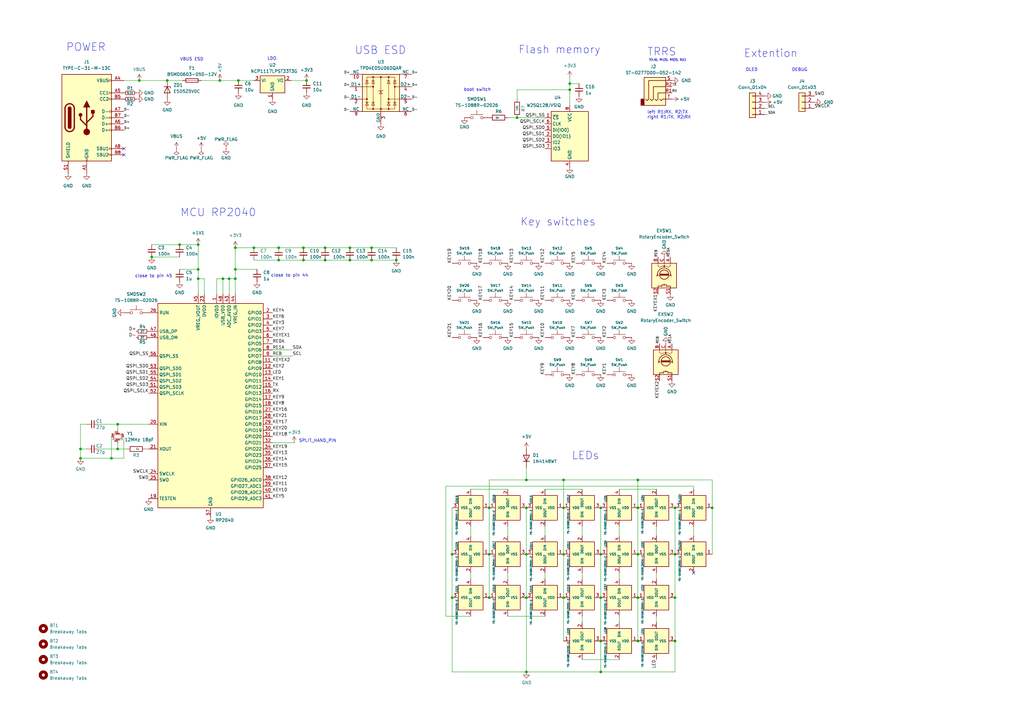
<source format=kicad_sch>
(kicad_sch (version 20230121) (generator eeschema)
  (paper "A3")
  (title_block (title "Corne Left") (date "2023-10-07") (rev "4.0.0") (company "foostan"))
  (junction (at 215.9 208.28))
  (junction (at 162.56 106.68))
  (junction (at 276.86 262.89))
  (junction (at 104.14 101.6))
  (junction (at 200.66 245.11))
  (junction (at 231.14 245.11))
  (junction (at 48.26 184.15))
  (junction (at 81.28 100.33))
  (junction (at 276.86 208.28))
  (junction (at 246.38 262.89))
  (junction (at 246.38 227.33))
  (junction (at 62.23 105.41))
  (junction (at 215.9 227.33))
  (junction (at 96.52 101.6))
  (junction (at 185.42 245.11))
  (junction (at 97.79 33.02))
  (junction (at 114.3 101.6))
  (junction (at 152.4 106.68))
  (junction (at 152.4 101.6))
  (junction (at 133.35 106.68))
  (junction (at 90.17 33.02))
  (junction (at 133.35 101.6))
  (junction (at 276.86 245.11))
  (junction (at 215.9 245.11))
  (junction (at 68.58 33.02))
  (junction (at 231.14 227.33))
  (junction (at 246.38 245.11))
  (junction (at 125.73 33.02))
  (junction (at 93.98 114.3))
  (junction (at 73.66 100.33))
  (junction (at 81.28 114.3))
  (junction (at 48.26 173.99))
  (junction (at 233.68 36.83))
  (junction (at 45.72 187.96))
  (junction (at 231.14 196.85))
  (junction (at 212.09 48.26))
  (junction (at 33.02 184.15))
  (junction (at 215.9 196.85))
  (junction (at 215.9 275.59))
  (junction (at 33.02 187.96))
  (junction (at 114.3 106.68))
  (junction (at 261.62 196.85))
  (junction (at 261.62 227.33))
  (junction (at 246.38 275.59))
  (junction (at 261.62 208.28))
  (junction (at 91.44 114.3))
  (junction (at 261.62 262.89))
  (junction (at 96.52 114.3))
  (junction (at 96.52 110.49))
  (junction (at 143.51 106.68))
  (junction (at 261.62 245.11))
  (junction (at 124.46 106.68))
  (junction (at 124.46 101.6))
  (junction (at 200.66 227.33))
  (junction (at 81.28 110.49))
  (junction (at 233.68 34.29))
  (junction (at 231.14 208.28))
  (junction (at 292.1 208.28))
  (junction (at 276.86 227.33))
  (junction (at 143.51 101.6))
  (junction (at 185.42 227.33))
  (junction (at 200.66 208.28))
  (junction (at 246.38 208.28))
  (junction (at 57.15 33.02))
  (no_connect (at 50.8 60.96))
  (no_connect (at 284.48 234.95))
  (no_connect (at 50.8 63.5))
  (wire (pts (xy 261.62 208.28) (xy 261.62 227.33)))
  (wire (pts (xy 91.44 114.3) (xy 93.98 114.3)))
  (wire (pts (xy 62.23 100.33) (xy 73.66 100.33)))
  (wire (pts (xy 96.52 110.49) (xy 105.41 110.49)))
  (wire (pts (xy 231.14 196.85) (xy 261.62 196.85)))
  (wire (pts (xy 233.68 34.29) (xy 233.68 36.83)))
  (wire (pts (xy 133.35 106.68) (xy 143.51 106.68)))
  (wire (pts (xy 185.42 227.33) (xy 185.42 245.11)))
  (wire (pts (xy 83.82 114.3) (xy 81.28 114.3)))
  (wire (pts (xy 233.68 36.83) (xy 233.68 43.18)))
  (wire (pts (xy 276.86 208.28) (xy 276.86 227.33)))
  (wire (pts (xy 81.28 110.49) (xy 81.28 114.3)))
  (wire (pts (xy 33.02 187.96) (xy 45.72 187.96)))
  (wire (pts (xy 104.14 101.6) (xy 114.3 101.6)))
  (wire (pts (xy 96.52 120.65) (xy 96.52 114.3)))
  (wire (pts (xy 185.42 275.59) (xy 215.9 275.59)))
  (wire (pts (xy 48.26 184.15) (xy 48.26 181.61)))
  (wire (pts (xy 231.14 245.11) (xy 231.14 262.89)))
  (wire (pts (xy 246.38 245.11) (xy 246.38 262.89)))
  (wire (pts (xy 208.28 48.26) (xy 212.09 48.26)))
  (wire (pts (xy 45.72 179.07) (xy 45.72 187.96)))
  (wire (pts (xy 246.38 227.33) (xy 246.38 245.11)))
  (wire (pts (xy 212.09 36.83) (xy 212.09 40.64)))
  (wire (pts (xy 143.51 106.68) (xy 152.4 106.68)))
  (wire (pts (xy 254 270.51) (xy 238.76 270.51)))
  (wire (pts (xy 114.3 101.6) (xy 124.46 101.6)))
  (wire (pts (xy 124.46 106.68) (xy 133.35 106.68)))
  (wire (pts (xy 182.88 199.39) (xy 284.48 199.39)))
  (wire (pts (xy 111.76 143.51) (xy 120.015 143.51)))
  (wire (pts (xy 261.62 196.85) (xy 261.62 208.28)))
  (wire (pts (xy 96.52 110.49) (xy 96.52 114.3)))
  (wire (pts (xy 68.58 33.02) (xy 74.93 33.02)))
  (wire (pts (xy 314.96 44.45) (xy 313.69 44.45)))
  (wire (pts (xy 91.44 114.3) (xy 91.44 120.65)))
  (wire (pts (xy 57.15 33.02) (xy 68.58 33.02)))
  (wire (pts (xy 33.02 184.15) (xy 33.02 187.96)))
  (wire (pts (xy 238.76 219.71) (xy 238.76 215.9)))
  (wire (pts (xy 59.69 184.15) (xy 60.96 184.15)))
  (wire (pts (xy 96.52 101.6) (xy 104.14 101.6)))
  (wire (pts (xy 254 215.9) (xy 254 219.71)))
  (wire (pts (xy 238.76 237.49) (xy 238.76 234.95)))
  (wire (pts (xy 215.9 208.28) (xy 215.9 227.33)))
  (wire (pts (xy 40.64 184.15) (xy 48.26 184.15)))
  (wire (pts (xy 215.9 245.11) (xy 215.9 275.59)))
  (wire (pts (xy 81.28 100.33) (xy 81.28 110.49)))
  (wire (pts (xy 73.66 110.49) (xy 81.28 110.49)))
  (wire (pts (xy 124.46 101.6) (xy 133.35 101.6)))
  (wire (pts (xy 208.28 219.71) (xy 208.28 215.9)))
  (wire (pts (xy 40.64 173.99) (xy 48.26 173.99)))
  (wire (pts (xy 276.86 275.59) (xy 246.38 275.59)))
  (wire (pts (xy 200.66 196.85) (xy 200.66 208.28)))
  (wire (pts (xy 215.9 275.59) (xy 246.38 275.59)))
  (wire (pts (xy 215.9 196.85) (xy 231.14 196.85)))
  (wire (pts (xy 269.24 215.9) (xy 269.24 219.71)))
  (wire (pts (xy 81.28 120.65) (xy 81.28 114.3)))
  (wire (pts (xy 233.68 31.75) (xy 233.68 34.29)))
  (wire (pts (xy 292.1 208.28) (xy 292.1 227.33)))
  (wire (pts (xy 238.76 252.73) (xy 238.76 255.27)))
  (wire (pts (xy 231.14 227.33) (xy 231.14 245.11)))
  (wire (pts (xy 238.76 200.66) (xy 223.52 200.66)))
  (wire (pts (xy 93.98 114.3) (xy 93.98 120.65)))
  (wire (pts (xy 223.52 234.95) (xy 223.52 237.49)))
  (wire (pts (xy 208.28 200.66) (xy 193.04 200.66)))
  (wire (pts (xy 33.02 184.15) (xy 35.56 184.15)))
  (wire (pts (xy 90.17 33.02) (xy 97.79 33.02)))
  (wire (pts (xy 83.82 120.65) (xy 83.82 114.3)))
  (wire (pts (xy 208.28 252.73) (xy 223.52 252.73)))
  (wire (pts (xy 97.79 33.02) (xy 104.14 33.02)))
  (wire (pts (xy 88.9 114.3) (xy 91.44 114.3)))
  (wire (pts (xy 133.35 101.6) (xy 143.51 101.6)))
  (wire (pts (xy 254 234.95) (xy 254 237.49)))
  (wire (pts (xy 193.04 215.9) (xy 193.04 219.71)))
  (wire (pts (xy 314.96 46.99) (xy 313.69 46.99)))
  (wire (pts (xy 48.26 184.15) (xy 52.07 184.15)))
  (wire (pts (xy 233.68 34.29) (xy 237.49 34.29)))
  (wire (pts (xy 50.8 187.96) (xy 45.72 187.96)))
  (wire (pts (xy 284.48 215.9) (xy 284.48 219.71)))
  (wire (pts (xy 269.24 234.95) (xy 269.24 237.49)))
  (wire (pts (xy 96.52 101.6) (xy 96.52 110.49)))
  (wire (pts (xy 246.38 262.89) (xy 246.38 275.59)))
  (wire (pts (xy 215.9 196.85) (xy 200.66 196.85)))
  (wire (pts (xy 152.4 106.68) (xy 162.56 106.68)))
  (wire (pts (xy 223.52 219.71) (xy 223.52 215.9)))
  (wire (pts (xy 152.4 101.6) (xy 162.56 101.6)))
  (wire (pts (xy 88.9 114.3) (xy 88.9 120.65)))
  (wire (pts (xy 292.1 196.85) (xy 292.1 208.28)))
  (wire (pts (xy 73.66 100.33) (xy 81.28 100.33)))
  (wire (pts (xy 96.52 114.3) (xy 93.98 114.3)))
  (wire (pts (xy 233.68 36.83) (xy 212.09 36.83)))
  (wire (pts (xy 276.86 245.11) (xy 276.86 262.89)))
  (wire (pts (xy 261.62 227.33) (xy 261.62 245.11)))
  (wire (pts (xy 269.24 252.73) (xy 269.24 255.27)))
  (wire (pts (xy 231.14 208.28) (xy 231.14 227.33)))
  (wire (pts (xy 111.76 146.05) (xy 120.015 146.05)))
  (wire (pts (xy 48.26 173.99) (xy 60.96 173.99)))
  (wire (pts (xy 50.8 179.07) (xy 50.8 187.96)))
  (wire (pts (xy 212.09 48.26) (xy 223.52 48.26)))
  (wire (pts (xy 50.8 33.02) (xy 57.15 33.02)))
  (wire (pts (xy 208.28 237.49) (xy 208.28 234.95)))
  (wire (pts (xy 114.3 106.68) (xy 124.46 106.68)))
  (wire (pts (xy 276.86 227.33) (xy 276.86 245.11)))
  (wire (pts (xy 185.42 245.11) (xy 185.42 275.59)))
  (wire (pts (xy 143.51 101.6) (xy 152.4 101.6)))
  (wire (pts (xy 193.04 234.95) (xy 193.04 237.49)))
  (wire (pts (xy 284.48 199.39) (xy 284.48 200.66)))
  (wire (pts (xy 254 200.66) (xy 269.24 200.66)))
  (wire (pts (xy 246.38 208.28) (xy 246.38 227.33)))
  (wire (pts (xy 276.86 262.89) (xy 276.86 275.59)))
  (wire (pts (xy 82.55 33.02) (xy 90.17 33.02)))
  (wire (pts (xy 215.9 227.33) (xy 215.9 245.11)))
  (wire (pts (xy 193.04 252.73) (xy 182.88 252.73)))
  (wire (pts (xy 261.62 196.85) (xy 292.1 196.85)))
  (wire (pts (xy 48.26 176.53) (xy 48.26 173.99)))
  (wire (pts (xy 185.42 208.28) (xy 185.42 227.33)))
  (wire (pts (xy 215.9 191.77) (xy 215.9 196.85)))
  (wire (pts (xy 62.23 105.41) (xy 73.66 105.41)))
  (wire (pts (xy 182.88 252.73) (xy 182.88 199.39)))
  (wire (pts (xy 104.14 106.68) (xy 114.3 106.68)))
  (wire (pts (xy 33.02 173.99) (xy 33.02 184.15)))
  (wire (pts (xy 111.76 181.61) (xy 120.65 181.61)))
  (wire (pts (xy 200.66 208.28) (xy 200.66 227.33)))
  (wire (pts (xy 254 252.73) (xy 254 255.27)))
  (wire (pts (xy 119.38 33.02) (xy 125.73 33.02)))
  (wire (pts (xy 35.56 173.99) (xy 33.02 173.99)))
  (wire (pts (xy 200.66 227.33) (xy 200.66 245.11)))
  (wire (pts (xy 261.62 245.11) (xy 261.62 262.89)))
  (wire (pts (xy 231.14 196.85) (xy 231.14 208.28)))
  (text "MCU RP2040" (at 73.914 89.154 0) (effects (font (size 3.175 3.175)) (justify left bottom)))
  (text "Key switches" (at 213.36 92.964 0) (effects (font (size 3.175 3.175)) (justify left bottom)))
  (text "OLED" (at 305.816 29.464 0) (effects (font (size 1.27 1.27)) (justify left bottom)))
  (text "close to pin 45" (at 55.372 114.046 0) (effects (font (size 1.27 1.27)) (justify left bottom)))
  (text "DEBUG" (at 324.739 29.464 0) (effects (font (size 1.27 1.27)) (justify left bottom)))
  (text "USB ESD" (at 145.415 22.606 0) (effects (font (size 3.175 3.175)) (justify left bottom)))
  (text "LDO" (at 109.601 24.892 0) (effects (font (size 1.27 1.27)) (justify left bottom)))
  (text "Flash memory" (at 212.598 22.352 0) (effects (font (size 3.175 3.175)) (justify left bottom)))
  (text "POWER\n" (at 27.051 21.336 0) (effects (font (size 3.175 3.175)) (justify left bottom)))
  (text "LEDs" (at 234.442 188.849 0) (effects (font (size 3.175 3.175)) (justify left bottom)))
  (text "left R1:RX, R2:TX\nright R1:TX, R2:RX" (at 265.43 48.895 0) (effects (font (size 1.27 1.27)) (justify left bottom)))
  (text "Extention" (at 305.054 23.876 0) (effects (font (size 3.175 3.175)) (justify left bottom)))
  (text "TRRS" (at 265.43 23.241 0) (effects (font (size 3.175 3.175)) (justify left bottom)))
  (text "T(4,5), R1(3), R2(2), S(1)\n" (at 266.065 25.146 0) (effects (font (size 0.762 0.762)) (justify left bottom)))
  (text "VBUS ESD" (at 73.787 25.146 0) (effects (font (size 1.27 1.27)) (justify left bottom)))
  (text "SPLIT_HAND_PIN" (at 122.555 181.61 0) (effects (font (size 1.27 1.27)) (justify left bottom)))
  (text "boot switch" (at 190.119 37.592 0) (effects (font (size 1.27 1.27)) (justify left bottom)))
  (text "close to pin 44" (at 111.125 113.792 0) (effects (font (size 1.27 1.27)) (justify left bottom)))
  (label "KEY8" (at 111.76 166.37 0))
  (label "KEY9" (at 111.76 163.83 0))
  (label "KEY8" (at 236.22 153.67 90))
  (label "RX" (at 111.76 161.29 0))
  (label "QSPI_SD2" (at 60.96 156.21 180))
  (label "SCL" (at 314.96 44.45 0) (effects (font (size 1 1))))
  (label "KEY3" (at 248.92 123.19 90))
  (label "QSPI_SCLK" (at 60.96 161.29 180))
  (label "RE1A" (at 111.76 143.51 0))
  (label "KEY2" (at 111.76 151.13 0))
  (label "D+" (at 55.88 135.89 180))
  (label "D+" (at 168.91 35.56 0) (effects (font (size 1 1))))
  (label "REB" (at 111.76 146.05 0))
  (label "D-" (at 55.88 138.43 180))
  (label "QSPI_SS" (at 223.52 48.26 180))
  (label "SDA" (at 314.96 46.99 0) (effects (font (size 1 1))))
  (label "D+" (at 143.51 30.48 180) (effects (font (size 1 1))))
  (label "REB" (at 270.51 140.97 90) (effects (font (size 1 1))))
  (label "KEY5" (at 236.22 107.95 90))
  (label "RE0A" (at 274.955 105.41 90) (effects (font (size 1 1))))
  (label "LED" (at 111.76 153.67 0))
  (label "KEY21" (at 185.42 138.43 90))
  (label "RX" (at 275.59 38.1 0) (effects (font (size 1 1))))
  (label "KEY17" (at 111.76 173.99 0))
  (label "KEY1" (at 111.76 156.21 0))
  (label "TX" (at 111.76 158.75 0))
  (label "KEY5" (at 111.76 204.47 0))
  (label "D+" (at 50.8 50.8 0) (effects (font (size 1 1))))
  (label "KEY16" (at 111.76 168.91 0))
  (label "KEY3" (at 111.76 133.35 0))
  (label "KEYEX2" (at 111.76 148.59 0))
  (label "D+" (at 143.51 35.56 180) (effects (font (size 1 1))))
  (label "KEY17" (at 198.12 123.19 90))
  (label "KEY10" (at 111.76 201.93 0))
  (label "D-" (at 50.8 48.26 0) (effects (font (size 1 1))))
  (label "QSPI_SD1" (at 60.96 153.67 180))
  (label "TX" (at 275.59 35.56 0) (effects (font (size 1 1))))
  (label "KEY4" (at 111.76 128.27 0))
  (label "QSPI_SD0" (at 223.52 53.34 180))
  (label "KEY20" (at 111.76 176.53 0))
  (label "QSPI_SD1" (at 223.52 55.88 180))
  (label "SWCLK" (at 334.01 44.45 0))
  (label "D+" (at 168.91 30.48 0) (effects (font (size 1 1))))
  (label "SCL" (at 120.015 146.05 0))
  (label "QSPI_SCLK" (at 223.52 50.8 180))
  (label "D-" (at 168.91 45.72 0) (effects (font (size 1 1))))
  (label "KEY20" (at 185.42 123.19 90))
  (label "KEY4" (at 248.92 107.95 90))
  (label "KEY11" (at 111.76 199.39 0))
  (label "KEY14" (at 111.76 189.23 0))
  (label "RE0A" (at 111.76 140.97 0))
  (label "D+" (at 50.8 53.34 0) (effects (font (size 1 1))))
  (label "KEY18" (at 198.12 107.95 90))
  (label "QSPI_SS" (at 60.96 146.05 180))
  (label "KEYEX1" (at 269.875 120.65 270))
  (label "KEY7" (at 236.22 138.43 90))
  (label "KEY14" (at 210.82 123.19 90))
  (label "RE1A" (at 275.59 140.97 90) (effects (font (size 1 1))))
  (label "SWCLK" (at 60.96 194.31 180))
  (label "KEY1" (at 248.92 153.67 90))
  (label "KEY2" (at 248.92 138.43 90))
  (label "QSPI_SD2" (at 223.52 58.42 180))
  (label "QSPI_SD3" (at 223.52 60.96 180))
  (label "SWD" (at 334.01 39.37 0))
  (label "KEY13" (at 111.76 186.69 0))
  (label "KEY18" (at 111.76 179.07 0))
  (label "KEY7" (at 111.76 135.89 0))
  (label "KEY6" (at 236.22 123.19 90))
  (label "D-" (at 168.91 40.64 0) (effects (font (size 1 1))))
  (label "KEY9" (at 223.52 153.67 90))
  (label "KEY15" (at 111.76 191.77 0))
  (label "KEY13" (at 210.82 107.95 90))
  (label "KEYEX2" (at 270.51 156.21 270))
  (label "KEY15" (at 210.82 138.43 90))
  (label "KEY10" (at 223.52 138.43 90))
  (label "SDA" (at 120.015 143.51 0))
  (label "D-" (at 143.51 40.64 180) (effects (font (size 1 1))))
  (label "LED" (at 269.24 270.51 270))
  (label "KEYEX1" (at 111.76 138.43 0))
  (label "KEY12" (at 223.52 107.95 90))
  (label "D-" (at 143.51 45.72 180) (effects (font (size 1 1))))
  (label "SWD" (at 60.96 196.85 180))
  (label "D-" (at 50.8 45.72 0) (effects (font (size 1 1))))
  (label "KEY6" (at 111.76 130.81 0))
  (label "REB" (at 269.875 105.41 90) (effects (font (size 1 1))))
  (label "KEY19" (at 111.76 184.15 0))
  (label "KEY16" (at 198.12 138.43 90))
  (label "QSPI_SD3" (at 60.96 158.75 180))
  (label "KEY19" (at 185.42 107.95 90))
  (label "QSPI_SD0" (at 60.96 151.13 180))
  (label "KEY11" (at 223.52 123.19 90))
  (label "KEY12" (at 111.76 196.85 0))
  (label "KEY21" (at 111.76 171.45 0))
  (symbol (lib_id "power:GND") (at 55.88 38.1 90) (unit 1)
    (property "Reference" "#PWR05" (effects hide))
    (property "Value" "GND" (at 59.055 38.1 90) (effects (justify right)))
  )
  (symbol (lib_id "power:GND") (at 233.68 153.67 0) (unit 1)
    (property "Reference" "#PWR062" (effects hide))
    (property "Value" "GND" (at 233.68 158.115 0))
    (instances (project "corne" (path "" (reference "#PWR062") (unit 1)) (path "" (reference "#PWR044") (unit 1))))
  )
  (symbol (lib_id "power:GND") (at 195.58 138.43 0) (unit 1)
    (property "Reference" "#PWR059" (effects hide))
    (property "Value" "GND" (at 195.58 142.875 0))
    (instances (project "corne" (path "" (reference "#PWR059") (unit 1)) (path "" (reference "#PWR030") (unit 1))))
  )
  (symbol (lib_id "power:GND") (at 273.05 140.97 180) (unit 1)
    (property "Reference" "#PWR036" (effects hide))
    (property "Value" "GND" (at 273.05 135.89 90))
    (instances (project "corne" (path "" (reference "#PWR036") (unit 1)) (path "" (reference "#PWR055") (unit 1))))
  )
  (symbol (lib_id "power:GND") (at 55.88 40.64 90) (unit 1)
    (property "Reference" "#PWR06" (effects hide))
    (property "Value" "GND" (at 59.055 40.64 90) (effects (justify right)))
  )
  (symbol (lib_id "kbd_local:YS-SK6812MINI-E") (at 208.28 227.33 90) (unit 1)
    (property "Reference" "LED17" (at 202.565 225.425 0) (effects (font (size 0.7366 0.7366)) (justify left)))
    (property "Value" "YS-SK6812MINI-E" (at 202.565 238.125 0) (effects (font (size 0.7366 0.7366)) (justify left)))
    (property "Footprint" "kbd_local:YS-SK6812MINI-E" (effects hide))
  )
  (symbol (lib_id "Device:R_Small") (at 58.42 135.89 90) (unit 1)
    (property "Reference" "R4" (at 58.42 133.985 90))
    (property "Value" "27" (at 58.42 135.89 90) (effects (font (size 0.762 0.762))))
    (property "Footprint" "Resistor_SMD:R_0402_1005Metric" (effects hide))
  )
  (symbol (lib_id "Switch:SW_Push") (at 241.3 107.95 0) (unit 1)
    (property "Reference" "SW5" (at 241.3 101.854 0) (effects (font (size 1 1))))
    (property "Value" "SW_Push" (at 241.3 103.886 0) (effects (font (size 1 1))))
    (property "Footprint" "kbd:keyswitch_cherrymx_hotswap_1u" (effects hide))
  )
  (symbol (lib_id "power:+3V3") (at 233.68 31.75 0) (unit 1)
    (property "Reference" "#PWR030" (effects hide))
    (property "Value" "+3V3" (at 233.68 26.924 0))
    (instances (project "corne" (path "" (reference "#PWR030") (unit 1)) (path "" (reference "#PWR039") (unit 1))))
  )
  (symbol (lib_id "kbd_local:YS-SK6812MINI-E") (at 254 227.33 270) (unit 1)
    (property "Reference" "LED6" (at 248.285 221.615 0) (effects (font (size 0.7366 0.7366)) (justify left)))
    (property "Value" "YS-SK6812MINI-E" (at 248.285 227.965 0) (effects (font (size 0.7366 0.7366)) (justify left)))
    (property "Footprint" "kbd_local:YS-SK6812MINI-E" (effects hide))
  )
  (symbol (lib_id "power:GND") (at 208.28 123.19 0) (unit 1)
    (property "Reference" "#PWR052" (effects hide))
    (property "Value" "GND" (at 208.28 127.635 0))
    (instances (project "corne" (path "" (reference "#PWR052") (unit 1)) (path "" (reference "#PWR032") (unit 1))))
  )
  (symbol (lib_id "kbd_local:YS-SK6812MINI-E") (at 269.24 208.28 90) (unit 1)
    (property "Reference" "LED4" (at 263.525 205.74 0) (effects (font (size 0.7366 0.7366)) (justify left)))
    (property "Value" "YS-SK6812MINI-E" (at 263.525 219.075 0) (effects (font (size 0.7366 0.7366)) (justify left)))
    (property "Footprint" "kbd_local:YS-SK6812MINI-E" (effects hide))
  )
  (symbol (lib_id "power:GND") (at 220.98 138.43 0) (unit 1)
    (property "Reference" "#PWR057" (effects hide))
    (property "Value" "GND" (at 220.98 142.875 0))
    (instances (project "corne" (path "" (reference "#PWR057") (unit 1)) (path "" (reference "#PWR038") (unit 1))))
  )
  (symbol (lib_name "SW_Push_1") (lib_id "Switch:SW_Push") (at 254 107.95 0) (unit 1)
    (property "Reference" "SW4" (at 254 101.854 0) (effects (font (size 1 1))))
    (property "Value" "SW_Push" (at 254 103.886 0) (effects (font (size 1 1))))
    (property "Footprint" "kbd:keyswitch_cherrymx_hotswap_1u" (effects hide))
  )
  (symbol (lib_id "power:+3V3") (at 125.73 33.02 0) (unit 1)
    (property "Reference" "#PWR023" (effects hide))
    (property "Value" "+3V3" (at 125.73 28.702 0))
  )
  (symbol (lib_id "power:GND") (at 233.68 123.19 0) (unit 1)
    (property "Reference" "#PWR050" (effects hide))
    (property "Value" "GND" (at 233.68 127.635 0))
    (instances (project "corne" (path "" (reference "#PWR050") (unit 1)) (path "" (reference "#PWR042") (unit 1))))
  )
  (symbol (lib_id "Switch:SW_Push") (at 228.6 107.95 0) (unit 1)
    (property "Reference" "SW12" (at 228.6 101.854 0) (effects (font (size 1 1))))
    (property "Value" "SW_Push" (at 228.6 103.886 0) (effects (font (size 1 1))))
    (property "Footprint" "kbd:keyswitch_cherrymx_hotswap_1u" (effects hide))
  )
  (symbol (lib_id "Switch:SW_Push") (at 241.3 138.43 0) (unit 1)
    (property "Reference" "SW7" (at 241.3 132.334 0) (effects (font (size 1 1))))
    (property "Value" "SW_Push" (at 241.3 134.366 0) (effects (font (size 1 1))))
    (property "Footprint" "kbd:keyswitch_cherrymx_hotswap_1u" (effects hide))
  )
  (symbol (lib_id "power:VBUS") (at 72.39 60.96 0) (unit 1)
    (property "Reference" "#PWR011" (effects hide))
    (property "Value" "VBUS" (at 72.39 55.88 0))
  )
  (symbol (lib_id "MCU_RaspberryPi:RP2040") (at 86.36 166.37 0) (unit 1)
    (property "Reference" "U1" (at 88.3159 210.82 0) (effects (justify left)))
    (property "Value" "RP2040" (at 88.3159 213.36 0) (effects (justify left)))
    (property "Footprint" "Package_DFN_QFN:QFN-56-1EP_7x7mm_P0.4mm_EP3.2x3.2mm" (effects hide))
    (property "Datasheet" "https://datasheets.raspberrypi.com/rp2040/rp2040-datasheet.pdf" (effects hide))
    (property "JLCPCB Part #" "C2040" (effects hide))
  )
  (symbol (lib_id "power:GND") (at 275.59 33.02 90) (unit 1)
    (property "Reference" "#PWR033" (effects hide))
    (property "Value" "GND" (at 279.4 33.02 90) (effects (justify right)))
    (instances (project "corne" (path "" (reference "#PWR033") (unit 1)) (path "" (reference "#PWR057") (unit 1))))
  )
  (symbol (lib_id "power:GND") (at 35.56 71.12 0) (unit 1)
    (property "Reference" "#PWR03" (effects hide))
    (property "Value" "GND" (at 35.56 76.2 0))
  )
  (symbol (lib_id "Switch:SW_Push") (at 190.5 138.43 0) (unit 1)
    (property "Reference" "SW21" (at 190.5 132.334 0) (effects (font (size 1 1))))
    (property "Value" "SW_Push" (at 190.5 134.366 0) (effects (font (size 1 1))))
    (property "Footprint" "kbd:keyswitch_cherrymx_hotswap_1u" (effects hide))
  )
  (symbol (lib_id "power:GND") (at 259.08 138.43 0) (unit 1)
    (property "Reference" "#PWR054" (effects hide))
    (property "Value" "GND" (at 259.08 142.875 0))
    (instances (project "corne" (path "" (reference "#PWR054") (unit 1)) (path "" (reference "#PWR052") (unit 1))))
  )
  (symbol (lib_id "kbd_local:YS-SK6812MINI-E") (at 208.28 208.28 90) (unit 1)
    (property "Reference" "LED18" (at 202.565 206.375 0) (effects (font (size 0.7366 0.7366)) (justify left)))
    (property "Value" "YS-SK6812MINI-E" (at 202.565 219.71 0) (effects (font (size 0.7366 0.7366)) (justify left)))
    (property "Footprint" "kbd_local:YS-SK6812MINI-E" (effects hide))
  )
  (symbol (lib_id "power:GND") (at 215.9 275.59 0) (unit 1)
    (property "Reference" "#PWR029" (effects hide))
    (property "Value" "GND" (at 216.027 279.9842 0))
    (instances (project "corne" (path "" (reference "#PWR029") (unit 1)) (path "" (reference "#PWR035") (unit 1))))
  )
  (symbol (lib_id "Switch:SW_Push") (at 190.5 107.95 0) (unit 1)
    (property "Reference" "SW19" (at 190.5 101.854 0) (effects (font (size 1 1))))
    (property "Value" "SW_Push" (at 190.5 103.886 0) (effects (font (size 1 1))))
    (property "Footprint" "kbd:keyswitch_cherrymx_hotswap_1u" (effects hide))
  )
  (symbol (lib_id "Device:Fuse") (at 78.74 33.02 90) (unit 1)
    (property "Reference" "F1" (at 78.74 27.94 90))
    (property "Value" "BSMD0603-050-12V" (at 78.74 30.48 90))
    (property "Footprint" "Fuse:Fuse_0603_1608Metric" (effects hide))
    (property "Description" "12V 500mA 40A 1A 0603 Resettable Fuses ROHS" (effects hide))
    (property "JLCPCB Part #" "C2844464" (effects hide))
  )
  (symbol (lib_id "power:GND") (at 105.41 115.57 0) (unit 1)
    (property "Reference" "#PWR020" (effects hide))
    (property "Value" "GND" (at 105.41 120.015 0))
  )
  (symbol (lib_id "kbd_local:YS-SK6812MINI-E") (at 238.76 227.33 90) (unit 1)
    (property "Reference" "LED11" (at 233.045 225.425 0) (effects (font (size 0.7366 0.7366)) (justify left)))
    (property "Value" "YS-SK6812MINI-E" (at 233.045 238.125 0) (effects (font (size 0.7366 0.7366)) (justify left)))
    (property "Footprint" "kbd_local:YS-SK6812MINI-E" (effects hide))
  )
  (symbol (lib_id "kbd_local:YS-SK6812MINI-E") (at 269.24 245.11 90) (unit 1)
    (property "Reference" "LED2" (at 263.525 242.57 0) (effects (font (size 0.7366 0.7366)) (justify left)))
    (property "Value" "YS-SK6812MINI-E" (at 263.525 255.905 0) (effects (font (size 0.7366 0.7366)) (justify left)))
    (property "Footprint" "kbd_local:YS-SK6812MINI-E" (effects hide))
  )
  (symbol (lib_id "Diode:1N4148WT") (at 215.9 187.96 90) (unit 1)
    (property "Reference" "D1" (at 218.44 186.69 90) (effects (justify right)))
    (property "Value" "1N4148WT" (at 218.44 189.23 90) (effects (justify right)))
    (property "Footprint" "Diode_SMD:D_SOD-523" (effects hide))
    (property "Datasheet" "https://www.diodes.com/assets/Datasheets/ds30396.pdf" (effects hide))
    (property "JLCPCB Part #" "C232841" (effects hide))
  )
  (symbol (lib_id "power:GND") (at 195.58 107.95 0) (unit 1)
    (property "Reference" "#PWR042" (effects hide))
    (property "Value" "GND" (at 195.58 112.395 0))
    (instances (project "corne" (path "" (reference "#PWR042") (unit 1)) (path "" (reference "#PWR028") (unit 1))))
  )
  (symbol (lib_id "kbd_local:YS-SK6812MINI-E") (at 284.48 227.33 270) (unit 1)
    (property "Reference" "EXLED2" (at 278.765 221.615 0) (effects (font (size 0.7366 0.7366)) (justify left)))
    (property "Value" "YS-SK6812MINI-E" (at 278.765 227.965 0) (effects (font (size 0.7366 0.7366)) (justify left)))
    (property "Footprint" "kbd_local:YS-SK6812MINI-E" (effects hide))
  )
  (symbol (lib_id "Switch:SW_Push") (at 241.3 123.19 0) (unit 1)
    (property "Reference" "SW6" (at 241.3 117.094 0) (effects (font (size 1 1))))
    (property "Value" "SW_Push" (at 241.3 119.126 0) (effects (font (size 1 1))))
    (property "Footprint" "kbd:keyswitch_cherrymx_hotswap_1u" (effects hide))
  )
  (symbol (lib_id "power:+5V") (at 313.69 41.91 270) (unit 1)
    (property "Reference" "#PWR038" (effects hide))
    (property "Value" "+5V" (at 316.865 41.91 90) (effects (justify left)))
    (instances (project "corne" (path "" (reference "#PWR038") (unit 1)) (path "" (reference "#PWR061") (unit 1))))
  )
  (symbol (lib_id "Device:C_Small") (at 38.1 184.15 270) (unit 1)
    (property "Reference" "C2" (at 39.37 182.88 90) (effects (justify left)))
    (property "Value" "27p" (at 39.37 185.42 90) (effects (justify left)))
    (property "Footprint" "Capacitor_SMD:C_0402_1005Metric" (effects hide))
  )
  (symbol (lib_id "power:GND") (at 220.98 123.19 0) (unit 1)
    (property "Reference" "#PWR051" (effects hide))
    (property "Value" "GND" (at 220.98 127.635 0))
    (instances (project "corne" (path "" (reference "#PWR051") (unit 1)) (path "" (reference "#PWR037") (unit 1))))
  )
  (symbol (lib_id "kbd_local:YS-SK6812MINI-E") (at 254 208.28 270) (unit 1)
    (property "Reference" "LED5" (at 248.285 203.2 0) (effects (font (size 0.7366 0.7366)) (justify left)))
    (property "Value" "YS-SK6812MINI-E" (at 248.285 208.915 0) (effects (font (size 0.7366 0.7366)) (justify left)))
    (property "Footprint" "kbd_local:YS-SK6812MINI-E" (effects hide))
  )
  (symbol (lib_id "Switch:SW_Push") (at 254 153.67 0) (unit 1)
    (property "Reference" "SW1" (at 254 147.574 0) (effects (font (size 1 1))))
    (property "Value" "SW_Push" (at 254 149.606 0) (effects (font (size 1 1))))
    (property "Footprint" "kbd:keyswitch_cherrymx_hotswap_1.5u" (effects hide))
  )
  (symbol (lib_id "Switch:SW_Push") (at 215.9 123.19 0) (unit 1)
    (property "Reference" "SW14" (at 215.9 117.094 0) (effects (font (size 1 1))))
    (property "Value" "SW_Push" (at 215.9 119.126 0) (effects (font (size 1 1))))
    (property "Footprint" "kbd:keyswitch_cherrymx_hotswap_1u" (effects hide))
  )
  (symbol (lib_id "Mechanical:MountingHole") (at 17.78 264.16 0) (unit 1)
    (property "Reference" "BT2" (at 20.32 262.89 0) (effects (justify left)))
    (property "Value" "Breakaway Tabs" (at 20.32 265.43 0) (effects (justify left)))
    (property "Footprint" "kbd_local:Breakaway_Tabs" (effects hide))
  )
  (symbol (lib_id "Switch:SW_Push") (at 203.2 123.19 0) (unit 1)
    (property "Reference" "SW17" (at 203.2 117.094 0) (effects (font (size 1 1))))
    (property "Value" "SW_Push" (at 203.2 119.126 0) (effects (font (size 1 1))))
    (property "Footprint" "kbd:keyswitch_cherrymx_hotswap_1u" (effects hide))
  )
  (symbol (lib_id "kbd_local:YS-SK6812MINI-E") (at 223.52 208.28 270) (unit 1)
    (property "Reference" "LED13" (at 217.805 203.2 0) (effects (font (size 0.7366 0.7366)) (justify left)))
    (property "Value" "YS-SK6812MINI-E" (at 217.805 208.915 0) (effects (font (size 0.7366 0.7366)) (justify left)))
    (property "Footprint" "kbd_local:YS-SK6812MINI-E" (effects hide))
  )
  (symbol (lib_id "kbd_local:YS-SK6812MINI-E") (at 193.04 245.11 270) (unit 1)
    (property "Reference" "LED21" (at 187.325 240.03 0) (effects (font (size 0.7366 0.7366)) (justify left)))
    (property "Value" "YS-SK6812MINI-E" (at 187.325 245.745 0) (effects (font (size 0.7366 0.7366)) (justify left)))
    (property "Footprint" "kbd_local:YS-SK6812MINI-E" (effects hide))
  )
  (symbol (lib_id "power:GND") (at 220.98 107.95 0) (unit 1)
    (property "Reference" "#PWR044" (effects hide))
    (property "Value" "GND" (at 220.98 112.395 0))
    (instances (project "corne" (path "" (reference "#PWR044") (unit 1)) (path "" (reference "#PWR036") (unit 1))))
  )
  (symbol (lib_id "power:GND") (at 233.68 68.58 0) (unit 1)
    (property "Reference" "#PWR031" (effects hide))
    (property "Value" "GND" (at 233.68 72.39 0))
    (instances (project "corne" (path "" (reference "#PWR031") (unit 1)) (path "" (reference "#PWR040") (unit 1))))
  )
  (symbol (lib_id "power:GND") (at 334.01 41.91 90) (unit 1)
    (property "Reference" "#PWR039" (effects hide))
    (property "Value" "GND" (at 337.82 41.91 90) (effects (justify right)))
    (instances (project "corne" (path "" (reference "#PWR039") (unit 1)) (path "" (reference "#PWR062") (unit 1))))
  )
  (symbol (lib_id "power:GND") (at 33.02 187.96 0) (unit 1)
    (property "Reference" "#PWR02" (effects hide))
    (property "Value" "GND" (at 33.02 192.405 0))
  )
  (symbol (lib_id "power:GND") (at 50.8 128.27 270) (unit 1)
    (property "Reference" "#PWR04" (effects hide))
    (property "Value" "GND" (at 46.99 128.27 0))
  )
  (symbol (lib_id "kbd_local:YS-SK6812MINI-E") (at 223.52 227.33 270) (unit 1)
    (property "Reference" "LED14" (at 217.805 222.25 0) (effects (font (size 0.7366 0.7366)) (justify left)))
    (property "Value" "YS-SK6812MINI-E" (at 217.805 227.965 0) (effects (font (size 0.7366 0.7366)) (justify left)))
    (property "Footprint" "kbd_local:YS-SK6812MINI-E" (effects hide))
  )
  (symbol (lib_id "power:+3V3") (at 96.52 101.6 0) (unit 1)
    (property "Reference" "#PWR018" (effects hide))
    (property "Value" "+3V3" (at 96.52 96.52 0))
  )
  (symbol (lib_id "Power_Protection:TPD4EUSB30") (at 156.21 38.1 0) (unit 1)
    (property "Reference" "U3" (at 156.21 25.4 0))
    (property "Value" "TPD4E05U06DQAR" (at 156.21 27.94 0))
    (property "Footprint" "Package_SON:USON-10_2.5x1.0mm_P0.5mm" (effects hide))
    (property "Datasheet" "http://www.ti.com/lit/ds/symlink/tpd2eusb30a.pdf" (effects hide))
    (property "JLCPCB Part #" "C138714" (effects hide))
  )
  (symbol (lib_id "power:PWR_FLAG") (at 92.71 60.96 0) (unit 1)
    (property "Reference" "#FLG03" (effects hide))
    (property "Value" "PWR_FLAG" (at 92.71 57.15 0))
  )
  (symbol (lib_id "kbd_local:YS-SK6812MINI-E") (at 193.04 208.28 270) (unit 1)
    (property "Reference" "LED19" (at 187.325 203.2 0) (effects (font (size 0.7366 0.7366)) (justify left)))
    (property "Value" "YS-SK6812MINI-E" (at 187.325 208.915 0) (effects (font (size 0.7366 0.7366)) (justify left)))
    (property "Footprint" "kbd_local:YS-SK6812MINI-E" (effects hide))
  )
  (symbol (lib_id "Switch:SW_Push") (at 203.2 138.43 0) (unit 1)
    (property "Reference" "SW16" (at 203.2 132.334 0) (effects (font (size 1 1))))
    (property "Value" "SW_Push" (at 203.2 134.366 0) (effects (font (size 1 1))))
    (property "Footprint" "kbd:keyswitch_cherrymx_hotswap_1u" (effects hide))
  )
  (symbol (lib_id "power:GND") (at 68.58 40.64 0) (unit 1)
    (property "Reference" "#PWR010" (effects hide))
    (property "Value" "GND" (at 68.58 45.085 0))
  )
  (symbol (lib_id "Switch:SW_Push") (at 215.9 138.43 0) (unit 1)
    (property "Reference" "SW15" (at 215.9 132.334 0) (effects (font (size 1 1))))
    (property "Value" "SW_Push" (at 215.9 134.366 0) (effects (font (size 1 1))))
    (property "Footprint" "kbd:keyswitch_cherrymx_hotswap_1u" (effects hide))
  )
  (symbol (lib_id "Device:RotaryEncoder_Switch") (at 273.05 148.59 270) (unit 1)
    (property "Reference" "EXSW2" (at 273.05 128.905 90))
    (property "Value" "RotaryEncoder_Switch" (at 273.05 131.445 90))
    (property "Footprint" "kbd_local:keyswitch_cherrymx_hotswap_1u_rotary_encoder_ec12" (effects hide))
  )
  (symbol (lib_id "Switch:SW_Push") (at 203.2 107.95 0) (unit 1)
    (property "Reference" "SW18" (at 203.2 101.854 0) (effects (font (size 1 1))))
    (property "Value" "SW_Push" (at 203.2 103.886 0) (effects (font (size 1 1))))
    (property "Footprint" "kbd:keyswitch_cherrymx_hotswap_1u" (effects hide))
  )
  (symbol (lib_id "power:GND") (at 233.68 107.95 0) (unit 1)
    (property "Reference" "#PWR045" (effects hide))
    (property "Value" "GND" (at 233.68 112.395 0))
    (instances (project "corne" (path "" (reference "#PWR045") (unit 1)) (path "" (reference "#PWR041") (unit 1))))
  )
  (symbol (lib_id "power:GND") (at 259.08 153.67 0) (unit 1)
    (property "Reference" "#PWR060" (effects hide))
    (property "Value" "GND" (at 259.08 158.115 0))
    (instances (project "corne" (path "" (reference "#PWR060") (unit 1)) (path "" (reference "#PWR053") (unit 1))))
  )
  (symbol (lib_id "Device:C_Small") (at 124.46 104.14 0) (unit 1)
    (property "Reference" "C10" (at 127 102.87 0) (effects (justify left)))
    (property "Value" "100n" (at 127 105.41 0) (effects (justify left)))
    (property "Footprint" "Capacitor_SMD:C_0402_1005Metric" (effects hide))
  )
  (symbol (lib_id "power:+3V3") (at 120.65 181.61 0) (unit 1)
    (property "Reference" "#PWR022" (effects hide))
    (property "Value" "+3V3" (at 120.65 177.292 0))
  )
  (symbol (lib_id "power:GND") (at 73.66 115.57 0) (unit 1)
    (property "Reference" "#PWR012" (effects hide))
    (property "Value" "GND" (at 73.66 120.015 0))
  )
  (symbol (lib_id "kbd_local:YS-SK6812MINI-E") (at 254 262.89 270) (unit 1)
    (property "Reference" "LED8" (at 248.285 257.175 0) (effects (font (size 0.7366 0.7366)) (justify left)))
    (property "Value" "YS-SK6812MINI-E" (at 248.285 263.525 0) (effects (font (size 0.7366 0.7366)) (justify left)))
    (property "Footprint" "kbd_local:YS-SK6812MINI-E" (effects hide))
  )
  (symbol (lib_id "power:GND") (at 313.69 39.37 90) (unit 1)
    (property "Reference" "#PWR037" (effects hide))
    (property "Value" "GND" (at 318.77 39.37 90))
    (instances (project "corne" (path "" (reference "#PWR037") (unit 1)) (path "" (reference "#PWR060") (unit 1))))
  )
  (symbol (lib_id "Device:C_Small") (at 62.23 102.87 0) (unit 1)
    (property "Reference" "C3" (at 64.77 101.6 0) (effects (justify left)))
    (property "Value" "100n" (at 64.77 104.14 0) (effects (justify left)))
    (property "Footprint" "Capacitor_SMD:C_0402_1005Metric" (effects hide))
  )
  (symbol (lib_id "power:GND") (at 86.36 212.09 0) (unit 1)
    (property "Reference" "#PWR015" (effects hide))
    (property "Value" "GND" (at 86.36 216.535 0))
  )
  (symbol (lib_id "power:GND") (at 246.38 153.67 0) (unit 1)
    (property "Reference" "#PWR061" (effects hide))
    (property "Value" "GND" (at 246.38 158.115 0))
    (instances (project "corne" (path "" (reference "#PWR061") (unit 1)) (path "" (reference "#PWR049") (unit 1))))
  )
  (symbol (lib_id "kbd_local:YS-SK6812MINI-E") (at 238.76 208.28 90) (unit 1)
    (property "Reference" "LED12" (at 233.045 206.375 0) (effects (font (size 0.7366 0.7366)) (justify left)))
    (property "Value" "YS-SK6812MINI-E" (at 233.045 219.075 0) (effects (font (size 0.7366 0.7366)) (justify left)))
    (property "Footprint" "kbd_local:YS-SK6812MINI-E" (effects hide))
  )
  (symbol (lib_id "Device:C_Small") (at 73.66 102.87 0) (unit 1)
    (property "Reference" "C4" (at 76.2 101.6 0) (effects (justify left)))
    (property "Value" "100n" (at 76.2 104.14 0) (effects (justify left)))
    (property "Footprint" "Capacitor_SMD:C_0402_1005Metric" (effects hide))
  )
  (symbol (lib_id "Diode:ESD5Zxx") (at 68.58 36.83 270) (unit 1)
    (property "Reference" "ZD1" (at 71.12 34.925 90) (effects (justify left)))
    (property "Value" "ESD5Z5V0C" (at 71.12 37.465 90) (effects (justify left)))
    (property "Footprint" "Diode_SMD:D_SOD-523" (effects hide))
    (property "Datasheet" "https://www.onsemi.com/pdf/datasheet/esd5z2.5t1-d.pdf" (effects hide))
    (property "JLCPCB Part #" "C2901325" (effects hide))
  )
  (symbol (lib_id "Device:C_Small") (at 73.66 113.03 0) (unit 1)
    (property "Reference" "C5" (at 76.2 111.76 0) (effects (justify left)))
    (property "Value" "1u" (at 76.2 114.3 0) (effects (justify left)))
    (property "Footprint" "Capacitor_SMD:C_0402_1005Metric" (effects hide))
  )
  (symbol (lib_id "power:GND") (at 60.96 204.47 0) (unit 1)
    (property "Reference" "#PWR08" (effects hide))
    (property "Value" "GND" (at 60.96 208.915 0))
  )
  (symbol (lib_id "Device:C_Small") (at 114.3 104.14 0) (unit 1)
    (property "Reference" "C9" (at 116.84 102.87 0) (effects (justify left)))
    (property "Value" "100n" (at 116.84 105.41 0) (effects (justify left)))
    (property "Footprint" "Capacitor_SMD:C_0402_1005Metric" (effects hide))
  )
  (symbol (lib_id "Device:Crystal_GND24_Small") (at 48.26 179.07 270) (unit 1)
    (property "Reference" "Y1" (at 53.34 177.8 90))
    (property "Value" "12MHz 18pF" (at 57.15 180.34 90))
    (property "Footprint" "Crystal:Crystal_SMD_3225-4Pin_3.2x2.5mm" (effects hide))
    (property "Description" "12MHz 18pF ±20ppm SMD3225-4P Crystals ROHS" (effects hide))
    (property "MFR.Part #" "Q22FA23V0041800" (effects hide))
    (property "JLCPCB Part #" "C91749" (effects hide))
  )
  (symbol (lib_id "kbd_local:YS-SK6812MINI-E") (at 238.76 262.89 90) (unit 1)
    (property "Reference" "LED9" (at 233.045 260.35 0) (effects (font (size 0.7366 0.7366)) (justify left)))
    (property "Value" "YS-SK6812MINI-E" (at 233.045 273.685 0) (effects (font (size 0.7366 0.7366)) (justify left)))
    (property "Footprint" "kbd_local:YS-SK6812MINI-E" (effects hide))
  )
  (symbol (lib_id "Memory_Flash:W25Q128JVS") (at 233.68 55.88 0) (unit 1)
    (property "Reference" "U4" (at 227.33 40.005 0) (effects (justify left)))
    (property "Value" "W25Q128JVSIQ" (at 215.9 43.18 0) (effects (justify left)))
    (property "Footprint" "Package_SO:SOIC-8_5.23x5.23mm_P1.27mm" (effects hide))
    (property "Datasheet" "http://www.winbond.com/resource-files/w25q128jv_dtr%20revc%2003272018%20plus.pdf" (effects hide))
    (property "JLCPCB Part #" "C113767" (effects hide))
  )
  (symbol (lib_id "power:GND") (at 208.28 138.43 0) (unit 1)
    (property "Reference" "#PWR058" (effects hide))
    (property "Value" "GND" (at 208.28 142.875 0))
    (instances (project "corne" (path "" (reference "#PWR058") (unit 1)) (path "" (reference "#PWR033") (unit 1))))
  )
  (symbol (lib_id "Device:C_Small") (at 133.35 104.14 0) (unit 1)
    (property "Reference" "C12" (at 135.89 102.87 0) (effects (justify left)))
    (property "Value" "100n" (at 136.525 105.41 0) (effects (justify left)))
    (property "Footprint" "Capacitor_SMD:C_0402_1005Metric" (effects hide))
  )
  (symbol (lib_id "Device:C_Small") (at 125.73 35.56 0) (unit 1)
    (property "Reference" "C11" (at 128.27 34.29 0) (effects (justify left)))
    (property "Value" "10u" (at 128.27 36.83 0) (effects (justify left)))
    (property "Footprint" "Capacitor_SMD:C_0402_1005Metric" (effects hide))
  )
  (symbol (lib_id "power:GND") (at 237.49 39.37 0) (unit 1)
    (property "Reference" "#PWR032" (effects hide))
    (property "Value" "GND" (at 237.49 43.815 0))
    (instances (project "corne" (path "" (reference "#PWR032") (unit 1)) (path "" (reference "#PWR045") (unit 1))))
  )
  (symbol (lib_id "power:+5V") (at 90.17 33.02 0) (unit 1)
    (property "Reference" "#PWR016" (effects hide))
    (property "Value" "+5V" (at 90.17 29.845 90) (effects (justify left)))
  )
  (symbol (lib_id "power:+5V") (at 275.59 40.64 270) (unit 1)
    (property "Reference" "#PWR034" (effects hide))
    (property "Value" "+5V" (at 278.765 40.64 90) (effects (justify left)))
    (instances (project "corne" (path "" (reference "#PWR034") (unit 1)) (path "" (reference "#PWR058") (unit 1))))
  )
  (symbol (lib_id "power:GND") (at 156.21 50.8 0) (unit 1)
    (property "Reference" "#PWR025" (effects hide))
    (property "Value" "GND" (at 156.21 55.88 0))
  )
  (symbol (lib_id "Switch:SW_Push") (at 254 138.43 0) (unit 1)
    (property "Reference" "SW2" (at 254 132.334 0) (effects (font (size 1 1))))
    (property "Value" "SW_Push" (at 254 134.366 0) (effects (font (size 1 1))))
    (property "Footprint" "kbd:keyswitch_cherrymx_hotswap_1u" (effects hide))
  )
  (symbol (lib_id "Mechanical:MountingHole") (at 17.78 270.51 0) (unit 1)
    (property "Reference" "BT3" (at 20.32 269.24 0) (effects (justify left)))
    (property "Value" "Breakaway Tabs" (at 20.32 271.78 0) (effects (justify left)))
    (property "Footprint" "kbd_local:Breakaway_Tabs" (effects hide))
  )
  (symbol (lib_id "Device:C_Small") (at 143.51 104.14 0) (unit 1)
    (property "Reference" "C13" (at 146.05 102.87 0) (effects (justify left)))
    (property "Value" "100n" (at 146.05 105.41 0) (effects (justify left)))
    (property "Footprint" "Capacitor_SMD:C_0402_1005Metric" (effects hide))
  )
  (symbol (lib_id "power:+1V1") (at 81.28 100.33 0) (unit 1)
    (property "Reference" "#PWR013" (effects hide))
    (property "Value" "+1V1" (at 81.28 95.504 0))
  )
  (symbol (lib_id "Connector_Generic:Conn_01x04") (at 308.61 44.45 180) (unit 1)
    (property "Reference" "J3" (at 308.61 33.274 0))
    (property "Value" "Conn_01x04" (at 308.61 35.814 0))
    (property "Footprint" "kbd_local:OLED" (effects hide))
  )
  (symbol (lib_id "Device:C_Small") (at 104.14 104.14 0) (unit 1)
    (property "Reference" "C7" (at 106.68 102.87 0) (effects (justify left)))
    (property "Value" "100n" (at 106.68 105.41 0) (effects (justify left)))
    (property "Footprint" "Capacitor_SMD:C_0402_1005Metric" (effects hide))
  )
  (symbol (lib_id "Mechanical:MountingHole") (at 17.78 276.86 0) (unit 1)
    (property "Reference" "BT4" (at 20.32 275.59 0) (effects (justify left)))
    (property "Value" "Breakaway Tabs" (at 20.32 278.13 0) (effects (justify left)))
    (property "Footprint" "kbd_local:Breakaway_Tabs" (effects hide))
  )
  (symbol (lib_id "power:GND") (at 246.38 107.95 0) (unit 1)
    (property "Reference" "#PWR046" (effects hide))
    (property "Value" "GND" (at 246.38 112.395 0))
  )
  (symbol (lib_id "power:GND") (at 92.71 60.96 0) (unit 1)
    (property "Reference" "#PWR017" (effects hide))
    (property "Value" "GND" (at 92.71 64.77 0))
  )
  (symbol (lib_id "power:+5V") (at 215.9 184.15 0) (unit 1)
    (property "Reference" "#PWR028" (effects hide))
    (property "Value" "+5V" (at 215.9 179.07 0))
    (instances (project "corne" (path "" (reference "#PWR028") (unit 1)) (path "" (reference "#PWR034") (unit 1))))
  )
  (symbol (lib_id "Connector:USB_C_Receptacle_USB2.0") (at 35.56 48.26 0) (unit 1)
    (property "Reference" "J1" (at 35.56 25.4 0))
    (property "Value" "TYPE-C-31-M-13C" (at 35.56 27.94 0))
    (property "Footprint" "kbd_local:TYPE-C-31-M-13C" (effects hide))
    (property "Datasheet" "https://www.usb.org/sites/default/files/documents/usb_type-c.zip" (effects hide))
    (property "JLCPCB Part #" "C2848620" (effects hide))
  )
  (symbol (lib_id "power:GND") (at 162.56 106.68 0) (unit 1)
    (property "Reference" "#PWR026" (effects hide))
    (property "Value" "GND" (at 162.56 111.125 0))
  )
  (symbol (lib_id "power:GND") (at 208.28 107.95 0) (unit 1)
    (property "Reference" "#PWR043" (effects hide))
    (property "Value" "GND" (at 208.28 112.395 0))
    (instances (project "corne" (path "" (reference "#PWR043") (unit 1)) (path "" (reference "#PWR031") (unit 1))))
  )
  (symbol (lib_id "power:GND") (at 274.955 120.65 0) (unit 1)
    (property "Reference" "#PWR063" (effects hide))
    (property "Value" "GND" (at 274.955 125.095 0))
    (instances (project "corne" (path "" (reference "#PWR063") (unit 1)) (path "" (reference "#PWR056") (unit 1))))
  )
  (symbol (lib_id "Device:R_Small") (at 58.42 138.43 270) (unit 1)
    (property "Reference" "R5" (at 58.42 140.335 90))
    (property "Value" "27" (at 58.42 138.43 90) (effects (font (size 0.762 0.762))))
    (property "Footprint" "Resistor_SMD:R_0402_1005Metric" (effects hide))
  )
  (symbol (lib_id "Device:C_Small") (at 38.1 173.99 270) (unit 1)
    (property "Reference" "C1" (at 39.37 172.72 90) (effects (justify left)))
    (property "Value" "27p" (at 39.37 175.26 90) (effects (justify left)))
    (property "Footprint" "Capacitor_SMD:C_0402_1005Metric" (effects hide))
  )
  (symbol (lib_id "power:GND") (at 111.76 40.64 0) (unit 1)
    (property "Reference" "#PWR021" (effects hide))
    (property "Value" "GND" (at 111.76 45.72 0))
  )
  (symbol (lib_id "Switch:SW_Push") (at 228.6 123.19 0) (unit 1)
    (property "Reference" "SW11" (at 228.6 117.094 0) (effects (font (size 1 1))))
    (property "Value" "SW_Push" (at 228.6 119.126 0) (effects (font (size 1 1))))
    (property "Footprint" "kbd:keyswitch_cherrymx_hotswap_1u" (effects hide))
  )
  (symbol (lib_id "Connector_Generic:Conn_01x03") (at 328.93 41.91 180) (unit 1)
    (property "Reference" "J4" (at 328.93 33.274 0))
    (property "Value" "Conn_01x03" (at 328.93 35.814 0))
    (property "Footprint" "Connector_PinHeader_2.54mm:PinHeader_1x03_P2.54mm_Vertical" (effects hide))
  )
  (symbol (lib_id "power:GND") (at 27.94 71.12 0) (unit 1)
    (property "Reference" "#PWR01" (effects hide))
    (property "Value" "GND" (at 27.94 76.2 0))
  )
  (symbol (lib_id "power:GND") (at 246.38 138.43 0) (unit 1)
    (property "Reference" "#PWR055" (effects hide))
    (property "Value" "GND" (at 246.38 142.875 0))
    (instances (project "corne" (path "" (reference "#PWR055") (unit 1)) (path "" (reference "#PWR048") (unit 1))))
  )
  (symbol (lib_id "Switch:SW_Push") (at 190.5 123.19 0) (unit 1)
    (property "Reference" "SW20" (at 190.5 117.094 0) (effects (font (size 1 1))))
    (property "Value" "SW_Push" (at 190.5 119.126 0) (effects (font (size 1 1))))
    (property "Footprint" "kbd:keyswitch_cherrymx_hotswap_1u" (effects hide))
  )
  (symbol (lib_id "power:GND") (at 259.08 107.95 0) (unit 1)
    (property "Reference" "#PWR047" (effects hide))
    (property "Value" "GND" (at 259.08 112.395 0))
    (instances (project "corne" (path "" (reference "#PWR047") (unit 1)) (path "" (reference "#PWR050") (unit 1))))
  )
  (symbol (lib_id "Device:R_Small") (at 53.34 40.64 270) (unit 1)
    (property "Reference" "R2" (at 53.34 42.545 90))
    (property "Value" "5.1k" (at 53.34 40.64 90) (effects (font (size 0.762 0.762))))
    (property "Footprint" "Resistor_SMD:R_0402_1005Metric" (effects hide))
  )
  (symbol (lib_id "Device:C_Small") (at 162.56 104.14 0) (unit 1)
    (property "Reference" "C15" (at 165.1 102.87 0) (effects (justify left)))
    (property "Value" "100n" (at 165.1 105.41 0) (effects (justify left)))
    (property "Footprint" "Capacitor_SMD:C_0402_1005Metric" (effects hide))
  )
  (symbol (lib_id "Device:C_Small") (at 152.4 104.14 0) (unit 1)
    (property "Reference" "C14" (at 154.94 102.87 0) (effects (justify left)))
    (property "Value" "100n" (at 154.94 105.41 0) (effects (justify left)))
    (property "Footprint" "Capacitor_SMD:C_0402_1005Metric" (effects hide))
  )
  (symbol (lib_id "power:GND") (at 275.59 156.21 0) (unit 1)
    (property "Reference" "#PWR064" (effects hide))
    (property "Value" "GND" (at 275.59 160.655 0))
    (instances (project "corne" (path "" (reference "#PWR064") (unit 1)) (path "" (reference "#PWR059") (unit 1))))
  )
  (symbol (lib_id "kbd_local:YS-SK6812MINI-E") (at 284.48 208.28 270) (unit 1)
    (property "Reference" "EXLED1" (at 278.765 202.565 0) (effects (font (size 0.7366 0.7366)) (justify left)))
    (property "Value" "YS-SK6812MINI-E" (at 278.765 208.915 0) (effects (font (size 0.7366 0.7366)) (justify left)))
    (property "Footprint" "kbd_local:YS-SK6812MINI-E" (effects hide))
  )
  (symbol (lib_id "kbd_local:YS-SK6812MINI-E") (at 223.52 245.11 270) (unit 1)
    (property "Reference" "LED15" (at 217.805 240.03 0) (effects (font (size 0.7366 0.7366)) (justify left)))
    (property "Value" "YS-SK6812MINI-E" (at 217.805 245.745 0) (effects (font (size 0.7366 0.7366)) (justify left)))
    (property "Footprint" "kbd_local:YS-SK6812MINI-E" (effects hide))
  )
  (symbol (lib_id "Switch:SW_Push") (at 215.9 107.95 0) (unit 1)
    (property "Reference" "SW13" (at 215.9 101.854 0) (effects (font (size 1 1))))
    (property "Value" "SW_Push" (at 215.9 103.886 0) (effects (font (size 1 1))))
    (property "Footprint" "kbd:keyswitch_cherrymx_hotswap_1u" (effects hide))
  )
  (symbol (lib_id "kbd_local:YS-SK6812MINI-E") (at 208.28 245.11 90) (unit 1)
    (property "Reference" "LED16" (at 202.565 243.205 0) (effects (font (size 0.7366 0.7366)) (justify left)))
    (property "Value" "YS-SK6812MINI-E" (at 202.565 255.905 0) (effects (font (size 0.7366 0.7366)) (justify left)))
    (property "Footprint" "kbd_local:YS-SK6812MINI-E" (effects hide))
  )
  (symbol (lib_id "Switch:SW_Push") (at 195.58 48.26 0) (unit 1)
    (property "Reference" "SMDSW1" (at 195.58 40.64 0))
    (property "Value" "TS-1088R-02026" (at 195.58 43.18 0))
    (property "Footprint" "kbd_local:TS-1088R-02026" (effects hide))
    (property "JLCPCB Part #" "C455280" (effects hide))
  )
  (symbol (lib_id "Device:R") (at 212.09 44.45 180) (unit 1)
    (property "Reference" "R7" (at 214.63 43.18 90) (effects (justify left)))
    (property "Value" "10k" (at 212.09 43.18 90) (effects (font (size 0.762 0.762)) (justify left)))
    (property "Footprint" "Resistor_SMD:R_0402_1005Metric" (effects hide))
  )
  (symbol (lib_id "Switch:SW_Push") (at 241.3 153.67 0) (unit 1)
    (property "Reference" "SW8" (at 241.3 147.574 0) (effects (font (size 1 1))))
    (property "Value" "SW_Push" (at 241.3 149.606 0) (effects (font (size 1 1))))
    (property "Footprint" "kbd:keyswitch_cherrymx_hotswap_1u" (effects hide))
  )
  (symbol (lib_id "power:GND") (at 272.415 105.41 180) (unit 1)
    (property "Reference" "#PWR035" (effects hide))
    (property "Value" "GND" (at 272.415 100.33 90))
    (instances (project "corne" (path "" (reference "#PWR035") (unit 1)) (path "" (reference "#PWR054") (unit 1))))
  )
  (symbol (lib_id "Device:C_Small") (at 237.49 36.83 0) (unit 1)
    (property "Reference" "C16" (at 240.03 35.56 0) (effects (justify left)))
    (property "Value" "1u" (at 240.03 38.1 0) (effects (justify left)))
    (property "Footprint" "Capacitor_SMD:C_0402_1005Metric" (effects hide))
  )
  (symbol (lib_id "power:GND") (at 259.08 123.19 0) (unit 1)
    (property "Reference" "#PWR048" (effects hide))
    (property "Value" "GND" (at 259.08 127.635 0))
    (instances (project "corne" (path "" (reference "#PWR048") (unit 1)) (path "" (reference "#PWR051") (unit 1))))
  )
  (symbol (lib_id "power:GND") (at 195.58 123.19 0) (unit 1)
    (property "Reference" "#PWR053" (effects hide))
    (property "Value" "GND" (at 195.58 127.635 0))
    (instances (project "corne" (path "" (reference "#PWR053") (unit 1)) (path "" (reference "#PWR029") (unit 1))))
  )
  (symbol (lib_id "Device:C_Small") (at 97.79 35.56 0) (unit 1)
    (property "Reference" "C6" (at 100.33 34.29 0) (effects (justify left)))
    (property "Value" "10u" (at 100.33 36.83 0) (effects (justify left)))
    (property "Footprint" "Capacitor_SMD:C_0402_1005Metric" (effects hide))
  )
  (symbol (lib_id "Switch:SW_Push") (at 55.88 128.27 0) (unit 1)
    (property "Reference" "SMDSW2" (at 55.88 120.65 0))
    (property "Value" "TS-1088R-02026" (at 55.88 123.19 0))
    (property "Footprint" "kbd_local:TS-1088R-02026" (effects hide))
    (property "JLCPCB Part #" "C455280" (effects hide))
  )
  (symbol (lib_id "kbd_local:YS-SK6812MINI-E") (at 254 245.11 270) (unit 1)
    (property "Reference" "LED7" (at 248.285 239.395 0) (effects (font (size 0.7366 0.7366)) (justify left)))
    (property "Value" "YS-SK6812MINI-E" (at 248.285 245.745 0) (effects (font (size 0.7366 0.7366)) (justify left)))
    (property "Footprint" "kbd_local:YS-SK6812MINI-E" (effects hide))
  )
  (symbol (lib_id "kbd_local:YS-SK6812MINI-E") (at 269.24 262.89 90) (unit 1)
    (property "Reference" "LED1" (at 263.525 260.35 0) (effects (font (size 0.7366 0.7366)) (justify left)))
    (property "Value" "YS-SK6812MINI-E" (at 263.525 273.685 0) (effects (font (size 0.7366 0.7366)) (justify left)))
    (property "Footprint" "kbd_local:YS-SK6812MINI-E" (effects hide))
  )
  (symbol (lib_id "power:VBUS") (at 57.15 33.02 0) (unit 1)
    (property "Reference" "#PWR07" (effects hide))
    (property "Value" "VBUS" (at 57.15 28.448 0))
  )
  (symbol (lib_id "power:PWR_FLAG") (at 82.55 60.96 180) (unit 1)
    (property "Reference" "#FLG02" (effects hide))
    (property "Value" "PWR_FLAG" (at 82.55 64.77 0))
  )
  (symbol (lib_id "power:+5V") (at 82.55 60.96 0) (unit 1)
    (property "Reference" "#PWR014" (effects hide))
    (property "Value" "+5V" (at 82.55 56.642 0))
  )
  (symbol (lib_id "Switch:SW_Push") (at 228.6 153.67 0) (unit 1)
    (property "Reference" "SW9" (at 228.6 147.574 0) (effects (font (size 1 1))))
    (property "Value" "SW_Push" (at 228.6 149.606 0) (effects (font (size 1 1))))
    (property "Footprint" "kbd:keyswitch_cherrymx_hotswap_1u" (effects hide))
  )
  (symbol (lib_id "power:GND") (at 125.73 38.1 0) (unit 1)
    (property "Reference" "#PWR024" (effects hide))
    (property "Value" "GND" (at 125.73 43.18 0))
  )
  (symbol (lib_id "power:PWR_FLAG") (at 72.39 60.96 180) (unit 1)
    (property "Reference" "#FLG01" (effects hide))
    (property "Value" "PWR_FLAG" (at 72.39 64.77 0))
  )
  (symbol (lib_id "kbd_local:YS-SK6812MINI-E") (at 238.76 245.11 90) (unit 1)
    (property "Reference" "LED10" (at 233.045 243.205 0) (effects (font (size 0.7366 0.7366)) (justify left)))
    (property "Value" "YS-SK6812MINI-E" (at 233.045 255.905 0) (effects (font (size 0.7366 0.7366)) (justify left)))
    (property "Footprint" "kbd_local:YS-SK6812MINI-E" (effects hide))
  )
  (symbol (lib_id "Device:R") (at 55.88 184.15 90) (unit 1)
    (property "Reference" "R3" (at 57.15 186.69 90) (effects (justify left)))
    (property "Value" "1k" (at 57.15 184.15 90) (effects (font (size 0.762 0.762)) (justify left)))
    (property "Footprint" "Resistor_SMD:R_0402_1005Metric" (effects hide))
  )
  (symbol (lib_id "Regulator_Linear:NCP1117-3.3_SOT223") (at 111.76 33.02 0) (unit 1)
    (property "Reference" "U2" (at 111.76 26.67 0))
    (property "Value" "NCP1117LPST33T3G" (at 112.395 29.21 0))
    (property "Footprint" "Package_TO_SOT_SMD:SOT-223-3_TabPin2" (effects hide))
    (property "Datasheet" "http://www.onsemi.com/pub_link/Collateral/NCP1117-D.PDF" (effects hide))
    (property "JLCPCB Part #" "C146799" (effects hide))
  )
  (symbol (lib_id "power:GND") (at 62.23 105.41 0) (unit 1)
    (property "Reference" "#PWR09" (effects hide))
    (property "Value" "GND" (at 62.23 109.855 0))
  )
  (symbol (lib_id "kbd_local:YS-SK6812MINI-E") (at 269.24 227.33 90) (unit 1)
    (property "Reference" "LED3" (at 263.525 224.79 0) (effects (font (size 0.7366 0.7366)) (justify left)))
    (property "Value" "YS-SK6812MINI-E" (at 263.525 238.125 0) (effects (font (size 0.7366 0.7366)) (justify left)))
    (property "Footprint" "kbd_local:YS-SK6812MINI-E" (effects hide))
  )
  (symbol (lib_id "power:GND") (at 190.5 48.26 0) (unit 1)
    (property "Reference" "#PWR027" (effects hide))
    (property "Value" "GND" (at 190.5 52.07 0))
  )
  (symbol (lib_id "Connector_Audio:AudioJack4") (at 270.51 35.56 0) (unit 1)
    (property "Reference" "J2" (at 267.97 27.305 0))
    (property "Value" "ST-0277D00-052-142" (at 267.97 29.845 0))
    (property "Footprint" "kbd_local:ST-0277D00-052-142" (effects hide))
    (property "JLCPCB Part #" "C2837093" (effects hide))
  )
  (symbol (lib_id "Switch:SW_Push") (at 254 123.19 0) (unit 1)
    (property "Reference" "SW3" (at 254 117.094 0) (effects (font (size 1 1))))
    (property "Value" "SW_Push" (at 254 119.126 0) (effects (font (size 1 1))))
    (property "Footprint" "kbd:keyswitch_cherrymx_hotswap_1u" (effects hide))
  )
  (symbol (lib_id "kbd_local:YS-SK6812MINI-E") (at 193.04 227.33 270) (unit 1)
    (property "Reference" "LED20" (at 187.325 222.25 0) (effects (font (size 0.7366 0.7366)) (justify left)))
    (property "Value" "YS-SK6812MINI-E" (at 187.325 227.965 0) (effects (font (size 0.7366 0.7366)) (justify left)))
    (property "Footprint" "kbd_local:YS-SK6812MINI-E" (effects hide))
  )
  (symbol (lib_id "power:GND") (at 246.38 123.19 0) (unit 1)
    (property "Reference" "#PWR049" (effects hide))
    (property "Value" "GND" (at 246.38 127.635 0))
    (instances (project "corne" (path "" (reference "#PWR049") (unit 1)) (path "" (reference "#PWR047") (unit 1))))
  )
  (symbol (lib_id "Switch:SW_Push") (at 228.6 138.43 0) (unit 1)
    (property "Reference" "SW10" (at 228.6 132.334 0) (effects (font (size 1 1))))
    (property "Value" "SW_Push" (at 228.6 134.366 0) (effects (font (size 1 1))))
    (property "Footprint" "kbd:keyswitch_cherrymx_hotswap_1u" (effects hide))
  )
  (symbol (lib_id "Device:C_Small") (at 105.41 113.03 0) (unit 1)
    (property "Reference" "C8" (at 107.95 111.76 0) (effects (justify left)))
    (property "Value" "1u" (at 107.95 114.3 0) (effects (justify left)))
    (property "Footprint" "Capacitor_SMD:C_0402_1005Metric" (effects hide))
  )
  (symbol (lib_id "Device:R_Small") (at 53.34 38.1 270) (unit 1)
    (property "Reference" "R1" (at 53.34 36.195 90))
    (property "Value" "5.1k" (at 53.34 38.1 90) (effects (font (size 0.762 0.762))))
    (property "Footprint" "Resistor_SMD:R_0402_1005Metric" (effects hide))
  )
  (symbol (lib_id "Mechanical:MountingHole") (at 17.78 257.81 0) (unit 1)
    (property "Reference" "BT1" (at 20.32 256.54 0) (effects (justify left)))
    (property "Value" "Breakaway Tabs" (at 20.32 259.08 0) (effects (justify left)))
    (property "Footprint" "kbd_local:Breakaway_Tabs" (effects hide))
  )
  (symbol (lib_id "Device:R") (at 204.47 48.26 270) (unit 1)
    (property "Reference" "R6" (at 203.2 45.72 90) (effects (justify left)))
    (property "Value" "1k" (at 203.2 48.26 90) (effects (font (size 0.762 0.762)) (justify left)))
    (property "Footprint" "Resistor_SMD:R_0402_1005Metric" (effects hide))
  )
  (symbol (lib_id "power:GND") (at 233.68 138.43 0) (unit 1)
    (property "Reference" "#PWR056" (effects hide))
    (property "Value" "GND" (at 233.68 142.875 0))
    (instances (project "corne" (path "" (reference "#PWR056") (unit 1)) (path "" (reference "#PWR043") (unit 1))))
  )
  (symbol (lib_id "power:GND") (at 97.79 38.1 0) (unit 1)
    (property "Reference" "#PWR019" (effects hide))
    (property "Value" "GND" (at 97.79 43.18 0))
  )
  (symbol (lib_id "Device:RotaryEncoder_Switch") (at 272.415 113.03 270) (unit 1)
    (property "Reference" "EXSW1" (at 272.415 94.615 90))
    (property "Value" "RotaryEncoder_Switch" (at 272.415 97.155 90))
    (property "Footprint" "kbd_local:keyswitch_cherrymx_hotswap_1u_rotary_encoder_ec12" (effects hide))
  )
)
</source>
